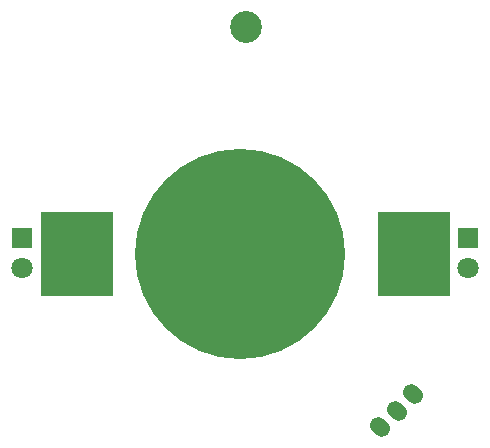
<source format=gbr>
%TF.GenerationSoftware,KiCad,Pcbnew,8.0.2-1*%
%TF.CreationDate,2024-09-20T10:56:37-06:00*%
%TF.ProjectId,FIT-Basic,4649542d-4261-4736-9963-2e6b69636164,rev?*%
%TF.SameCoordinates,Original*%
%TF.FileFunction,Soldermask,Bot*%
%TF.FilePolarity,Negative*%
%FSLAX46Y46*%
G04 Gerber Fmt 4.6, Leading zero omitted, Abs format (unit mm)*
G04 Created by KiCad (PCBNEW 8.0.2-1) date 2024-09-20 10:56:37*
%MOMM*%
%LPD*%
G01*
G04 APERTURE LIST*
G04 Aperture macros list*
%AMHorizOval*
0 Thick line with rounded ends*
0 $1 width*
0 $2 $3 position (X,Y) of the first rounded end (center of the circle)*
0 $4 $5 position (X,Y) of the second rounded end (center of the circle)*
0 Add line between two ends*
20,1,$1,$2,$3,$4,$5,0*
0 Add two circle primitives to create the rounded ends*
1,1,$1,$2,$3*
1,1,$1,$4,$5*%
G04 Aperture macros list end*
%ADD10R,6.100000X7.100000*%
%ADD11C,17.800000*%
%ADD12C,2.700000*%
%ADD13C,1.800000*%
%ADD14R,1.800000X1.800000*%
%ADD15HorizOval,1.412000X-0.141421X0.141421X0.141421X-0.141421X0*%
G04 APERTURE END LIST*
D10*
%TO.C,REF\u002A\u002A*%
X196400000Y-61576244D03*
X225000000Y-61576244D03*
D11*
X210200000Y-61576244D03*
%TD*%
D12*
%TO.C,*%
X210700000Y-42300000D03*
%TD*%
D13*
%TO.C,D1*%
X191800000Y-62700000D03*
D14*
X191800000Y-60160000D03*
%TD*%
D13*
%TO.C,D2*%
X229500000Y-62700000D03*
D14*
X229500000Y-60160000D03*
%TD*%
D15*
%TO.C,REF\u002A\u002A*%
X224900000Y-73400000D03*
X223485789Y-74814213D03*
X222071578Y-76228426D03*
%TD*%
M02*

</source>
